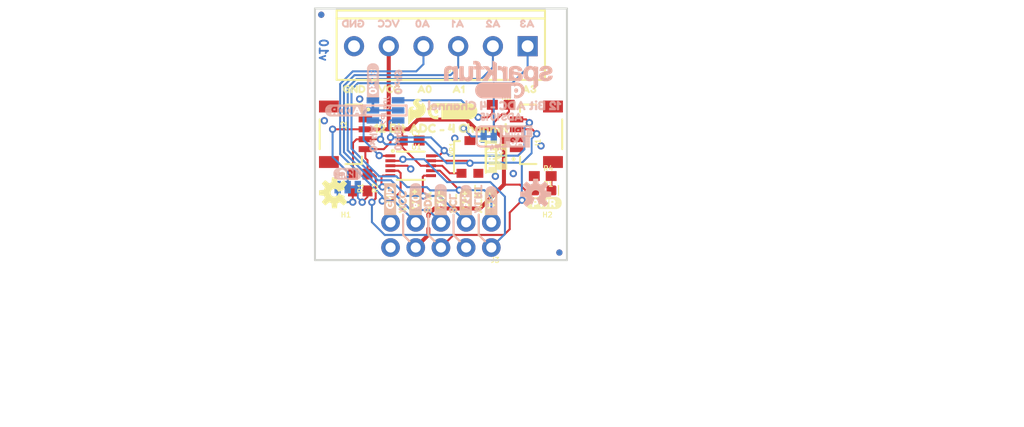
<source format=kicad_pcb>
(kicad_pcb (version 20211014) (generator pcbnew)
  (layers (0 "F.Cu" signal) (31 "B.Cu" signal) (34 "B.Paste" user) (35 "F.Paste" user) (36 "B.SilkS" user "B.Silkscreen") (37 "F.SilkS" user "F.Silkscreen") (38 "B.Mask" user) (39 "F.Mask" user) (44 "Edge.Cuts" user))
  (net 0 "")
  (net 1 "A0")
  (net 2 "VCC")
  (net 3 "GND")
  (net 4 "A1")
  (net 5 "SCL")
  (net 6 "SDA")
  (net 7 "N$7")
  (net 8 "N$8")
  (net 9 "ADDR")
  (net 10 "A2")
  (net 11 "A3")
  (net 12 "ALRT")
  (net 13 "N$1")
  (net 14 "N$2")
  (net 15 "N$3")
  (footprint "boardEagle:0603" (layer "F.Cu") (at 154.528521 102.024182)
    (fp_text reference "R3" (at 0 -0.762) (layer "F.SilkS") (effects (font (size 0.512064 0.512064) (thickness 0.097536)) (justify left)))
    (fp_text value "4.7k")
    (pad "1" smd rect (at -0.85 0) (size 1.1 1) (layers "F.Cu" "F.Paste" "F.Mask") (net 15 "N$3"))
    (pad "2" smd rect (at 0.85 0) (size 1.1 1) (layers "F.Cu" "F.Paste" "F.Mask") (net 2 "VCC"))
  )
  (footprint "boardEagle:VCC1" (layer "F.Cu") (at 141.4907 100.4316)
    (fp_text reference "U$34" hide)
    (fp_text value "" hide)
  )
  (footprint "boardEagle:TRIMPOT-SMD-3MM-CLOSED" (layer "F.Cu") (at 151.4221 107.2896)
    (fp_text reference "VR1" (at -1.778 0 90) (layer "F.SilkS") (effects (font (size 0.512064 0.512064) (thickness 0.097536)) (justify left)))
    (fp_text value "10k")
    (pad "1" smd rect (at -0.85 1.65) (size 1 0.9) (layers "F.Cu" "F.Paste" "F.Mask") (net 2 "VCC"))
    (pad "2" smd rect (at 0 -1.65) (size 1.1 0.9) (layers "F.Cu" "F.Paste" "F.Mask") (net 13 "N$1"))
    (pad "3" smd rect (at 0.85 1.65) (size 1 0.9) (layers "F.Cu" "F.Paste" "F.Mask") (net 3 "GND"))
  )
  (footprint "boardEagle:LED-0603" (layer "F.Cu") (at 158.7627 110.6678)
    (fp_text reference "D1" (at 0 -0.635) (layer "F.SilkS") (effects (font (size 0.512064 0.512064) (thickness 0.097536)) (justify left)))
    (fp_text value "RED")
    (pad "A" smd roundrect (at -0.877 0 270) (size 1 1) (layers "F.Cu" "F.Paste" "F.Mask") (roundrect_rratio 0.15) (net 2 "VCC"))
    (pad "C" smd roundrect (at 0.877 0 270) (size 1 1) (layers "F.Cu" "F.Paste" "F.Mask") (roundrect_rratio 0.15) (net 14 "N$2"))
  )
  (footprint "boardEagle:_GND17" (layer "F.Cu") (at 143.3703 113.5126 90)
    (fp_text reference "U$29" hide)
    (fp_text value "" hide)
  )
  (footprint "boardEagle:0603" (layer "F.Cu") (at 141.09954 109.872782 -90)
    (fp_text reference "R2" (at 0 -0.762 90) (layer "F.SilkS") (effects (font (size 0.512064 0.512064) (thickness 0.097536)) (justify right)))
    (fp_text value "4.7k")
    (pad "1" smd rect (at -0.85 0 270) (size 1.1 1) (layers "F.Cu" "F.Paste" "F.Mask") (net 5 "SCL"))
    (pad "2" smd rect (at 0.85 0 270) (size 1.1 1) (layers "F.Cu" "F.Paste" "F.Mask") (net 7 "N$7"))
  )
  (footprint "boardEagle:OSHW-LOGO-S" (layer "F.Cu") (at 137.7696 110.9091 90)
    (fp_text reference "U$13" hide)
    (fp_text value "" hide)
  )
  (footprint "boardEagle:2X5_NOSILK" (layer "F.Cu") (at 153.5811 113.8936 180)
    (fp_text reference "J3" (at -0.889 -3.81) (layer "F.SilkS") (effects (font (size 0.512064 0.512064) (thickness 0.097536)) (justify right)))
    (fp_text value "")
    (pad "1" thru_hole circle (at 0 0 180) (size 1.8796 1.8796) (drill 1.016) (layers *.Cu *.Mask) (net 11 "A3"))
    (pad "2" thru_hole circle (at 0 -2.54 180) (size 1.8796 1.8796) (drill 1.016) (layers *.Cu *.Mask) (net 12 "ALRT"))
    (pad "3" thru_hole circle (at 2.54 0 180) (size 1.8796 1.8796) (drill 1.016) (layers *.Cu *.Mask) (net 10 "A2"))
    (pad "4" thru_hole circle (at 2.54 -2.54 180) (size 1.8796 1.8796) (drill 1.016) (layers *.Cu *.Mask) (net 5 "SCL"))
    (pad "5" thru_hole circle (at 5.08 0 180) (size 1.8796 1.8796) (drill 1.016) (layers *.Cu *.Mask) (net 4 "A1"))
    (pad "6" thru_hole circle (at 5.08 -2.54 180) (size 1.8796 1.8796) (drill 1.016) (layers *.Cu *.Mask) (net 6 "SDA"))
    (pad "7" thru_hole circle (at 7.62 0 180) (size 1.8796 1.8796) (drill 1.016) (layers *.Cu *.Mask) (net 1 "A0"))
    (pad "8" thru_hole circle (at 7.62 -2.54 180) (size 1.8796 1.8796) (drill 1.016) (layers *.Cu *.Mask) (net 2 "VCC"))
    (pad "9" thru_hole circle (at 10.16 0 180) (size 1.8796 1.8796) (drill 1.016) (layers *.Cu *.Mask) (net 3 "GND"))
    (pad "10" thru_hole circle (at 10.16 -2.54 180) (size 1.8796 1.8796) (drill 1.016) (layers *.Cu *.Mask) (net 3 "GND"))
  )
  (footprint "boardEagle:0603" (layer "F.Cu") (at 139.6365 109.8804 -90)
    (fp_text reference "R1" (at 0 -0.762 90) (layer "F.SilkS") (effects (font (size 0.512064 0.512064) (thickness 0.097536)) (justify right)))
    (fp_text value "4.7k")
    (pad "1" smd rect (at -0.85 0 270) (size 1.1 1) (layers "F.Cu" "F.Paste" "F.Mask") (net 6 "SDA"))
    (pad "2" smd rect (at 0.85 0 270) (size 1.1 1) (layers "F.Cu" "F.Paste" "F.Mask") (net 8 "N$8"))
  )
  (footprint "boardEagle:JST04_1MM_RA" (layer "F.Cu") (at 156.1211 105.0036 90)
    (fp_text reference "J1" (at -1.397 2.159 90) (layer "F.SilkS") (effects (font (size 0.512064 0.512064) (thickness 0.097536)) (justify left)))
    (fp_text value "")
    (pad "1" smd rect (at -1.5 0 90) (size 0.6 1.35) (layers "F.Cu" "F.Paste" "F.Mask") (net 3 "GND"))
    (pad "2" smd rect (at -0.5 0 90) (size 0.6 1.35) (layers "F.Cu" "F.Paste" "F.Mask") (net 2 "VCC"))
    (pad "3" smd rect (at 0.5 0 90) (size 0.6 1.35) (layers "F.Cu" "F.Paste" "F.Mask") (net 6 "SDA"))
    (pad "4" smd rect (at 1.5 0 90) (size 0.6 1.35) (layers "F.Cu" "F.Paste" "F.Mask") (net 5 "SCL"))
    (pad "NC1" smd rect (at 2.8 3.675 90) (size 1.2 2) (layers "F.Cu" "F.Paste" "F.Mask"))
    (pad "NC2" smd rect (at -2.8 3.675 90) (size 1.2 2) (layers "F.Cu" "F.Paste" "F.Mask"))
  )
  (footprint "boardEagle:SCREWTERMINAL-3.5MM-6" (layer "F.Cu") (at 157.2387 96.1136 180)
    (fp_text reference "J4" (at 7.112 -2.413) (layer "F.SilkS") (effects (font (size 0.512064 0.512064) (thickness 0.097536)) (justify right)))
    (fp_text value "Screw Pin")
    (pad "1" thru_hole rect (at 0 0 180) (size 2.032 2.032) (drill 1.2) (layers *.Cu *.Mask) (net 11 "A3"))
    (pad "2" thru_hole circle (at 3.5 0 180) (size 2.032 2.032) (drill 1.2) (layers *.Cu *.Mask) (net 10 "A2"))
    (pad "3" thru_hole circle (at 7 0 180) (size 2.032 2.032) (drill 1.2) (layers *.Cu *.Mask) (net 4 "A1"))
    (pad "4" thru_hole circle (at 10.5 0 180) (size 2.032 2.032) (drill 1.2) (layers *.Cu *.Mask) (net 1 "A0"))
    (pad "5" thru_hole circle (at 14 0 180) (size 2.032 2.032) (drill 1.2) (layers *.Cu *.Mask) (net 2 "VCC"))
    (pad "6" thru_hole circle (at 17.5 0 180) (size 2.032 2.032) (drill 1.2) (layers *.Cu *.Mask) (net 3 "GND"))
  )
  (footprint "boardEagle:_A013" (layer "F.Cu") (at 145.9103 113.5126 90)
    (fp_text reference "U$25" hide)
    (fp_text value "" hide)
  )
  (footprint "boardEagle:12_BIT_ADC_#_4_CHANNEL1" (layer "F.Cu") (at 140.9065 104.394)
    (fp_text reference "U$16" hide)
    (fp_text value "" hide)
  )
  (footprint "boardEagle:_A316" (layer "F.Cu") (at 153.5303 113.5126 90)
    (fp_text reference "U$28" hide)
    (fp_text value "" hide)
  )
  (footprint "boardEagle:A24" (layer "F.Cu") (at 152.4127 100.4316)
    (fp_text reference "U$38" hide)
    (fp_text value "" hide)
  )
  (footprint "boardEagle:ALRT8" (layer "F.Cu") (at 152.2603 113.6396 90)
    (fp_text reference "U$33" hide)
    (fp_text value "" hide)
  )
  (footprint "boardEagle:GND0" (layer "F.Cu") (at 137.9347 100.4316)
    (fp_text reference "U$35" hide)
    (fp_text value "" hide)
  )
  (footprint "boardEagle:A13" (layer "F.Cu") (at 148.9837 100.4316)
    (fp_text reference "U$37" hide)
    (fp_text value "" hide)
  )
  (footprint "boardEagle:SFE_LOGO_FLAME_.1" (layer "F.Cu") (at 146.0627 102.6922)
    (fp_text reference "LOGO3" hide)
    (fp_text value "SFE_LOGO_FLAME.1_INCH" hide)
  )
  (footprint "boardEagle:SCL7" (layer "F.Cu") (at 149.7203 113.6396 90)
    (fp_text reference "U$32" hide)
    (fp_text value "" hide)
  )
  (footprint "boardEagle:STAND-OFF" (layer "F.Cu") (at 138.3411 115.1636)
    (fp_text reference "H1" (at 0 -2.032) (layer "F.SilkS") (effects (font (size 0.512064 0.512064) (thickness 0.097536)) (justify left)))
    (fp_text value "STAND-OFF")
    (pad "" np_thru_hole circle (at 0 0) (size 3.302 3.302) (drill 3.302) (layers *.Cu *.Mask))
  )
  (footprint "boardEagle:_A114" (layer "F.Cu") (at 148.4503 113.5126 90)
    (fp_text reference "U$26" hide)
    (fp_text value "" hide)
  )
  (footprint "boardEagle:MSOP10" (layer "F.Cu") (at 145.4531 108.1786 -90)
    (fp_text reference "U1" (at -1.905 0) (layer "F.SilkS") (effects (font (size 0.512064 0.512064) (thickness 0.097536)) (justify left)))
    (fp_text value "ADS1015")
    (pad "1" smd rect (at -1 2.05 270) (size 0.3 1) (layers "F.Cu") (net 9 "ADDR"))
    (pad "2" smd rect (at -0.5 2.05 270) (size 0.3 1) (layers "F.Cu") (net 12 "ALRT"))
    (pad "3" smd rect (at 0 2.05 270) (size 0.3 1) (layers "F.Cu") (net 3 "GND"))
    (pad "4" smd rect (at 0.5 2.05 270) (size 0.3 1) (layers "F.Cu") (net 1 "A0"))
    (pad "5" smd rect (at 1 2.05 270) (size 0.3 1) (layers "F.Cu") (net 4 "A1"))
    (pad "6" smd rect (at 1 -2.05 90) (size 0.3 1) (layers "F.Cu") (net 10 "A2"))
    (pad "7" smd rect (at 0.5 -2.05 90) (size 0.3 1) (layers "F.Cu") (net 11 "A3"))
    (pad "8" smd rect (at 0 -2.05 90) (size 0.3 1) (layers "F.Cu") (net 2 "VCC"))
    (pad "9" smd rect (at -0.5 -2.05 90) (size 0.3 1) (layers "F.Cu") (net 6 "SDA"))
    (pad "10" smd rect (at -1 -2.05 90) (size 0.3 1) (layers "F.Cu") (net 5 "SCL"))
  )
  (footprint "boardEagle:A35" (layer "F.Cu") (at 155.9687 100.4316)
    (fp_text reference "U$39" hide)
    (fp_text value "" hide)
  )
  (footprint "boardEagle:FIDUCIAL-MICRO" (layer "F.Cu") (at 136.4361 92.9386)
    (fp_text reference "FD3" hide)
    (fp_text value "FIDUCIALUFIDUCIAL" hide)
    (pad "1" smd roundrect (at 0 0) (size 0.635 0.635) (layers "F.Cu" "F.Mask") (roundrect_rratio 0.5))
  )
  (footprint "boardEagle:0603" (layer "F.Cu") (at 158.7627 109.22)
    (fp_text reference "R4" (at 0 -0.762) (layer "F.SilkS") (effects (font (size 0.512064 0.512064) (thickness 0.097536)) (justify left)))
    (fp_text value "1k")
    (pad "1" smd rect (at -0.85 0) (size 1.1 1) (layers "F.Cu" "F.Paste" "F.Mask") (net 3 "GND"))
    (pad "2" smd rect (at 0.85 0) (size 1.1 1) (layers "F.Cu" "F.Paste" "F.Mask") (net 14 "N$2"))
  )
  (footprint "boardEagle:VCC1" (layer "F.Cu") (at 144.6403 113.6396 90)
    (fp_text reference "U$30" hide)
    (fp_text value "" hide)
  )
  (footprint "boardEagle:TRIM7" (layer "F.Cu") (at 153.5303 109.2962 90)
    (fp_text reference "U$11" hide)
    (fp_text value "" hide)
  )
  (footprint "boardEagle:_A3_0" (layer "F.Cu") (at 154.569159 108.971079 90)
    (fp_text reference "U$22" hide)
    (fp_text value "" hide)
  )
  (footprint "boardEagle:_A215" (layer "F.Cu") (at 150.9903 113.5126 90)
    (fp_text reference "U$27" hide)
    (fp_text value "" hide)
  )
  (footprint "boardEagle:QWIIC_5MM" (layer "F.Cu") (at 149.6441 102.6668)
    (fp_text reference "U$44" hide)
    (fp_text value "" hide)
  )
  (footprint "boardEagle:FIDUCIAL-MICRO" (layer "F.Cu") (at 160.4391 116.9416)
    (fp_text reference "FD1" hide)
    (fp_text value "FIDUCIALUFIDUCIAL" hide)
    (pad "1" smd roundrect (at 0 0) (size 0.635 0.635) (layers "F.Cu" "F.Mask") (roundrect_rratio 0.5))
  )
  (footprint "boardEagle:PWR0" (layer "F.Cu") (at 156.9847 111.9378)
    (fp_text reference "U$40" hide)
    (fp_text value "" hide)
  )
  (footprint "boardEagle:SDA6" (layer "F.Cu") (at 147.1803 113.6396 90)
    (fp_text reference "U$31" hide)
    (fp_text value "" hide)
  )
  (footprint "boardEagle:STAND-OFF" (layer "F.Cu") (at 158.6611 115.1636)
    (fp_text reference "H2" (at 0 -2.032) (layer "F.SilkS") (effects (font (size 0.512064 0.512064) (thickness 0.097536)) (justify left)))
    (fp_text value "STAND-OFF")
    (pad "" np_thru_hole circle (at 0 0) (size 3.302 3.302) (drill 3.302) (layers *.Cu *.Mask))
  )
  (footprint "boardEagle:A02" (layer "F.Cu") (at 145.4277 100.4316)
    (fp_text reference "U$36" hide)
    (fp_text value "" hide)
  )
  (footprint "boardEagle:JST04_1MM_RA" (layer "F.Cu") (at 140.8811 105.0036 -90)
    (fp_text reference "J2" (at -1.397 2.159 90) (layer "F.SilkS") (effects (font (size 0.512064 0.512064) (thickness 0.097536)) (justify right)))
    (fp_text value "")
    (pad "1" smd rect (at -1.5 0 270) (size 0.6 1.35) (layers "F.Cu" "F.Paste" "F.Mask") (net 3 "GND"))
    (pad "2" smd rect (at -0.5 0 270) (size 0.6 1.35) (layers "F.Cu" "F.Paste" "F.Mask") (net 2 "VCC"))
    (pad "3" smd rect (at 0.5 0 270) (size 0.6 1.35) (layers "F.Cu" "F.Paste" "F.Mask") (net 6 "SDA"))
    (pad "4" smd rect (at 1.5 0 270) (size 0.6 1.35) (layers "F.Cu" "F.Paste" "F.Mask") (net 5 "SCL"))
    (pad "NC1" smd rect (at 2.8 3.675 270) (size 1.2 2) (layers "F.Cu" "F.Paste" "F.Mask"))
    (pad "NC2" smd rect (at -2.8 3.675 270) (size 1.2 2) (layers "F.Cu" "F.Paste" "F.Mask"))
  )
  (footprint "boardEagle:0603" (layer "F.Cu") (at 145.4531 105.6386)
    (fp_text reference "C1" (at 0 -0.762) (layer "F.SilkS") (effects (font (size 0.512064 0.512064) (thickness 0.097536)) (justify left)))
    (fp_text value "0.1uF")
    (pad "1" smd rect (at -0.85 0) (size 1.1 1) (layers "F.Cu" "F.Paste" "F.Mask") (net 2 "VCC"))
    (pad "2" smd rect (at 0.85 0) (size 1.1 1) (layers "F.Cu" "F.Paste" "F.Mask") (net 3 "GND"))
  )
  (footprint "boardEagle:CREATIVE_COMMONS" (layer "F.Cu") (at 124.3711 131.6736)
    (fp_text reference "FRAME1" hide)
    (fp_text value "FRAME-LETTER" hide)
  )
  (footprint "boardEagle:_A0#4" (layer "B.Cu") (at 148.4757 113.538 90)
    (fp_text reference "U$10" hide)
    (fp_text value "" hide)
  )
  (footprint "boardEagle:0X480" (layer "B.Cu") (at 141.650718 101.645719 90)
    (fp_text reference "U$42" hide)
    (fp_text value "" hide)
  )
  (footprint "boardEagle:VCC1" (layer "B.Cu") (at 145.0213 93.8276 180)
    (fp_text reference "U$1" hide)
    (fp_text value "" hide)
  )
  (footprint "boardEagle:SFE_LOGO_NAME_.1" (layer "B.Cu") (at 154.2669 99.0219 180)
    (fp_text reference "LOGO1" hide)
    (fp_text value "SFE_LOGO_NAME.1_INCH" hide)
  )
  (footprint "boardEagle:SDA6" (layer "B.Cu") (at 147.1803 113.6396 90)
    (fp_text reference "U$21" hide)
    (fp_text value "" hide)
  )
  (footprint "boardEagle:_A1#6" (layer "B.Cu") (at 153.5811 113.5126 90)
    (fp_text reference "U$15" hide)
    (fp_text value "" hide)
  )
  (footprint "boardEagle:_GND17" (layer "B.Cu") (at 143.3703 113.5126 90)
    (fp_text reference "U$20" hide)
    (fp_text value "" hide)
  )
  (footprint "boardEagle:SCL7" (layer "B.Cu") (at 149.7203 113.6396 90)
    (fp_text reference "U$23" hide)
    (fp_text value "" hide)
  )
  (footprint "boardEagle:QWIIC_5MM" (layer "B.Cu") (at 154.4701 100.5586 180)
    (fp_text reference "U$47" hide)
    (fp_text value "" hide)
  )
  (footprint "boardEagle:0X491" (layer "B.Cu") (at 144.2085 101.6635 90)
    (fp_text reference "U$4" hide)
    (fp_text value "" hide)
  )
  (footprint "boardEagle:TRIM7" (layer "B.Cu") (at 158.107381 104.696263 180)
    (fp_text reference "U$19" hide)
    (fp_text value "" hide)
  )
  (footprint "boardEagle:VCC1" (layer "B.Cu") (at 144.6403 113.6396 90)
    (fp_text reference "U$18" hide)
    (fp_text value "" hide)
  )
  (footprint "boardEagle:ALRT8" (layer "B.Cu") (at 152.2603 113.6396 90)
    (fp_text reference "U$24" hide)
    (fp_text value "" hide)
  )
  (footprint "boardEagle:I2C1" (layer "B.Cu") (at 140.6017 108.9914 180)
    (fp_text reference "U$41" hide)
    (fp_text value "" hide)
  )
  (footprint "boardEagle:SMT-JUMPER_3_2-NC_TRACE_NO-SILK" (layer "B.Cu") (at 139.1031 110.3376 180)
    (fp_text reference "JP1" (at 0 1.143) (layer "B.SilkS") (effects (font (size 0.512064 0.512064) (thickness 0.097536)) (justify left mirror)))
    (fp_text value "JUMPER-SMT_3_2-NC_TRACE_NO-SILK")
    (fp_poly (pts (xy 0.3048 -0.127) (xy 0.7112 -0.127) (xy 0.7112 0.127) (xy 0.3048 0.127)) (layer "B.Cu") (width 0) (fill solid))
    (fp_poly (pts (xy -0.7112 -0.127) (xy -0.3048 -0.127) (xy -0.3048 0.127) (xy -0.7112 0.127)) (layer "B.Cu") (width 0) (fill solid))
    (pad "1" smd rect (at -1.016 0 180) (size 0.635 1.27) (layers "B.Cu" "B.Mask") (net 7 "N$7"))
    (pad "2" smd rect (at 0 0 180) (size 0.635 1.27) (layers "B.Cu" "B.Mask") (net 2 "VCC"))
    (pad "3" smd rect (at 1.016 0 180) (size 0.635 1.27) (layers "B.Cu" "B.Mask") (net 8 "N$8"))
  )
  (footprint "boardEagle:A02" (layer "B.Cu") (at 148.0693 93.8276 180)
    (fp_text reference "U$5" hide)
    (fp_text value "" hide)
  )
  (footprint "boardEagle:SMT-JUMPER_3_0-NO_TRACE_NO-SILK" (layer "B.Cu") (at 144.1831 102.5906 -90)
    (fp_text reference "JP3" (at 0 1.143 -270) (layer "B.SilkS") (effects (font (size 0.512064 0.512064) (thickness 0.097536)) (justify right mirror)))
    (fp_text value "JUMPER-SMT_3_NO_NO_SILK")
    (pad "1" smd rect (at -1.016 0 270) (size 0.635 1.27) (layers "B.Cu" "B.Mask") (net 15 "N$3"))
    (pad "2" smd rect (at 0 0 270) (size 0.635 1.27) (layers "B.Cu" "B.Mask") (net 9 "ADDR"))
    (pad "3" smd rect (at 1.016 0 270) (size 0.635 1.27) (layers "B.Cu" "B.Mask") (net 5 "SCL"))
  )
  (footprint "boardEagle:ADS10150" (layer "B.Cu") (at 157.3911 103.2256 180)
    (fp_text reference "U$46" hide)
    (fp_text value "" hide)
  )
  (footprint "boardEagle:ADDR0" (layer "B.Cu") (at 141.117321 102.605838 180)
    (fp_text reference "U$45" hide)
    (fp_text value "" hide)
  )
  (footprint "boardEagle:12_BIT_ADC_#_4_CHANNEL1" (layer "B.Cu") (at 161.437321 102.0953 180)
    (fp_text reference "U$43" hide)
    (fp_text value "" hide)
  )
  (footprint "boardEagle:_A3_0" (layer "B.Cu") (at 157.871159 105.732582 180)
    (fp_text reference "U$17" hide)
    (fp_text value "" hide)
  )
  (footprint "boardEagle:A13" (layer "B.Cu") (at 151.4983 93.8276 180)
    (fp_text reference "U$6" hide)
    (fp_text value "" hide)
  )
  (footprint "boardEagle:_A1#5" (layer "B.Cu") (at 151.0157 113.5126 90)
    (fp_text reference "U$14" hide)
    (fp_text value "" hide)
  )
  (footprint "boardEagle:0X4B3" (layer "B.Cu") (at 144.21104 107.320082 90)
    (fp_text reference "U$12" hide)
    (fp_text value "" hide)
  )
  (footprint "boardEagle:FIDUCIAL-MICRO" (layer "B.Cu") (at 136.4361 92.9386 180)
    (fp_text reference "FD4" hide)
    (fp_text value "FIDUCIALUFIDUCIAL" hide)
    (pad "1" smd roundrect (at 0 0 180) (size 0.635 0.635) (layers "B.Cu" "B.Mask") (roundrect_rratio 0.5))
  )
  (footprint "boardEagle:SMT-JUMPER_2_NC_TRACE_SILK" (layer "B.Cu") (at 153.319481 105.227119)
    (fp_text reference "JP4" (at 0 1.143) (layer "B.SilkS") (effects (font (size 0.512064 0.512064) (thickness 0.097536)) (justify right mirror)))
    (fp_text value "")
    (fp_poly (pts (xy -0.2032 -0.127) (xy 0.2032 -0.127) (xy 0.2032 0.127) (xy -0.2032 0.127)) (layer "B.Cu") (width 0) (fill solid))
    (pad "1" smd rect (at -0.508 0) (size 0.635 1.27) (layers "B.Cu" "B.Mask") (net 13 "N$1"))
    (pad "2" smd rect (at 0.508 0) (size 0.635 1.27) (layers "B.Cu" "B.Mask") (net 11 "A3"))
  )
  (footprint "boardEagle:FIDUCIAL-MICRO" (layer "B.Cu") (at 160.4391 116.9416 180)
    (fp_text reference "FD2" hide)
    (fp_text value "FIDUCIALUFIDUCIAL" hide)
    (pad "1" smd roundrect (at 0 0 180) (size 0.635 0.635) (layers "B.Cu" "B.Mask") (roundrect_rratio 0.5))
  )
  (footprint "boardEagle:_A0#3" (layer "B.Cu") (at 145.9611 113.538 90)
    (fp_text reference "U$9" hide)
    (fp_text value "" hide)
  )
  (footprint "boardEagle:SMT-JUMPER_3_1-NC_TRACE_NO-SILK" (layer "B.Cu") (at 141.6431 102.5906 90)
    (fp_text reference "JP2" (at 0 1.143 90) (layer "B.SilkS") (effects (font (size 0.512064 0.512064) (thickness 0.097536)) (justify left mirror)))
    (fp_text value "JUMPER-SMT_3_1-NC_TRACE_NO-SILK")
    (fp_poly (pts (xy 0.3048 -0.127) (xy 0.7112 -0.127) (xy 0.7112 0.127) (xy 0.3048 0.127)) (layer "B.Cu") (width 0) (fill solid))
    (pad "1" smd rect (at -1.016 0 90) (size 0.635 1.27) (layers "B.Cu" "B.Mask") (net 6 "SDA"))
    (pad "2" smd rect (at 0 0 90) (size 0.635 1.27) (layers "B.Cu" "B.Mask") (net 9 "ADDR"))
    (pad "3" smd rect (at 1.016 0 90) (size 0.635 1.27) (layers "B.Cu" "B.Mask") (net 3 "GND"))
  )
  (footprint "boardEagle:OSHW-LOGO-S" (layer "B.Cu") (at 158.0515 111.0488 180)
    (fp_text reference "LOGO2" hide)
    (fp_text value "OSHW-LOGOS" hide)
  )
  (footprint "boardEagle:A24" (layer "B.Cu") (at 155.1813 93.8276 180)
    (fp_text reference "U$7" hide)
    (fp_text value "" hide)
  )
  (footprint "boardEagle:0X4A2" (layer "B.Cu") (at 141.701518 107.4801 90)
    (fp_text reference "U$3" hide)
    (fp_text value "" hide)
  )
  (footprint "boardEagle:A35" (layer "B.Cu") (at 158.6103 93.8276 180)
    (fp_text reference "U$8" hide)
    (fp_text value "" hide)
  )
  (footprint "boardEagle:GND0" (layer "B.Cu") (at 141.4653 93.8276 180)
    (fp_text reference "U$2" hide)
    (fp_text value "" hide)
  )
  (gr_line (start 144.6911 115.1636) (end 144.6911 113.1062) (layer "B.SilkS") (width 0.2032))
  (gr_line (start 145.031459 102.100382) (end 145.03654 103.106219) (layer "B.SilkS") (width 0.2032))
  (gr_line (start 147.2311 115.1636) (end 147.2311 113.1062) (layer "B.SilkS") (width 0.2032))
  (gr_line (start 147.2819 115.2144) (end 147.8661 115.7986) (layer "B.SilkS") (width 0.2032))
  (gr_line (start 154.553918 104.17556) (end 154.122121 104.18826) (layer "B.SilkS") (width 0.1778))
  (gr_line (start 149.8219 115.2144) (end 150.4061 115.7986) (layer "B.SilkS") (width 0.2032))
  (gr_line (start 144.7419 115.2144) (end 145.3261 115.7986) (layer "B.SilkS") (width 0.2032))
  (gr_line (start 152.3619 115.2144) (end 152.9461 115.7986) (layer "B.SilkS") (width 0.2032))
  (gr_line (start 140.418818 102.100382) (end 145.031459 102.100382) (layer "B.SilkS") (width 0.2032))
  (gr_line (start 149.7711 115.1636) (end 149.7711 113.1062) (layer "B.SilkS") (width 0.2032))
  (gr_line (start 145.03654 103.106219) (end 140.329921 103.106219) (layer "B.SilkS") (width 0.2032))
  (gr_line (start 154.035759 106.255822) (end 155.039059 106.255822) (layer "B.SilkS") (width 0.1778))
  (gr_line (start 155.039059 106.255822) (end 155.039059 106.250741) (layer "B.SilkS") (width 0.1778))
  (gr_line (start 152.3111 115.1636) (end 152.3111 113.1062) (layer "B.SilkS") (width 0.2032))
  (gr_line (start 144.6911 115.1636) (end 144.6911 113.1062) (layer "F.SilkS") (width 0.2032))
  (gr_line (start 147.2311 115.1636) (end 147.2311 113.1062) (layer "F.SilkS") (width 0.2032))
  (gr_line (start 144.7419 115.2144) (end 145.3261 115.7986) (layer "F.SilkS") (width 0.2032))
  (gr_line (start 147.2819 115.2144) (end 147.8661 115.7986) (layer "F.SilkS") (width 0.2032))
  (gr_line (start 152.3619 115.2144) (end 152.9461 115.7986) (layer "F.SilkS") (width 0.2032))
  (gr_line (start 149.7711 115.1636) (end 149.7711 113.1062) (layer "F.SilkS") (width 0.2032))
  (gr_line (start 149.8219 115.2144) (end 150.4061 115.7986) (layer "F.SilkS") (width 0.2032))
  (gr_line (start 152.3111 115.1636) (end 152.3111 113.1062) (layer "F.SilkS") (width 0.2032))
  (gr_line (start 161.2011 92.3036) (end 135.8011 92.3036) (layer "Edge.Cuts") (width 0.2032))
  (gr_line (start 135.8011 92.3036) (end 135.8011 117.7036) (layer "Edge.Cuts") (width 0.2032))
  (gr_line (start 135.8011 117.7036) (end 161.2011 117.7036) (layer "Edge.Cuts") (width 0.2032))
  (gr_line (start 161.2011 117.7036) (end 161.2011 92.3036) (layer "Edge.Cuts") (width 0.2032))
  (gr_text "v10" (at 136.1694 97.7265 -90) (layer "B.Cu") (effects (font (size 0.83312 0.83312) (thickness 0.18288)) (justify left bottom mirror)))
  (segment (start 144.4371 108.9152) (end 144.4371 110.7948) (width 0.2032) (layer "F.Cu") (net 1))
  (segment (start 144.4371 110.7948) (end 143.4973 111.7346) (width 0.2032) (layer "F.Cu") (net 1))
  (segment (start 143.4031 108.6786) (end 144.2005 108.6786) (width 0.2032) (layer "F.Cu") (net 1))
  (segment (start 144.2005 108.6786) (end 144.4371 108.9152) (width 0.2032) (layer "F.Cu") (net 1))
  (segment (start 143.4973 111.7346) (end 142.5829 111.7346) (width 0.2032) (layer "F.Cu") (net 1))
  (via (at 142.5829 111.7346) (size 0.7366) (drill 0.381) (layers "F.Cu" "B.Cu") (net 1))
  (segment (start 138.3411 99.9236) (end 138.3411 107.0102) (width 0.2032) (layer "B.Cu") (net 1))
  (segment (start 143.8021 111.7346) (end 142.5829 111.7346) (width 0.2032) (layer "B.Cu") (net 1))
  (segment (start 145.9611 113.8936) (end 143.8021 111.7346) (width 0.2032) (layer "B.Cu") (net 1))
  (segment (start 138.3411 99.9236) (end 139.6111 98.6536) (width 0.2032) (layer "B.Cu") (net 1))
  (segment (start 138.3411 107.0102) (end 142.5829 111.252) (width 0.2032) (layer "B.Cu") (net 1))
  (segment (start 146.0119 98.6536) (end 146.7387 97.9268) (width 0.2032) (layer "B.Cu") (net 1))
  (segment (start 142.5829 111.7346) (end 142.5829 111.252) (width 0.2032) (layer "B.Cu") (net 1))
  (segment (start 139.6111 98.6536) (end 146.0119 98.6536) (width 0.2032) (layer "B.Cu") (net 1))
  (segment (start 146.7387 97.9268) (end 146.7387 96.1136) (width 0.2032) (layer "B.Cu") (net 1))
  (segment (start 145.21094 104.499) (end 146.184621 103.525319) (width 0.4064) (layer "F.Cu") (net 2))
  (segment (start 155.1051 102.9716) (end 155.3591 102.7176) (width 0.2032) (layer "F.Cu") (net 2))
  (segment (start 143.2387 104.499) (end 144.61744 104.499) (width 0.4064) (layer "F.Cu") (net 2))
  (segment (start 143.2387 96.1136) (end 143.2387 104.499) (width 0.4064) (layer "F.Cu") (net 2))
  (segment (start 155.3591 102.043604) (end 155.378521 102.024182) (width 0.2032) (layer "F.Cu") (net 2))
  (segment (start 146.4691 108.1786) (end 147.5031 108.1786) (width 0.2032) (layer "F.Cu") (net 2))
  (segment (start 154.8511 110.0836) (end 154.8511 105.5036) (width 0.4064) (layer "F.Cu") (net 2))
  (segment (start 137.5871 104.5036) (end 137.5791 104.4956) (width 0.2032) (layer "F.Cu") (net 2))
  (segment (start 154.8511 110.0836) (end 156.4513 110.0836) (width 0.2032) (layer "F.Cu") (net 2))
  (segment (start 154.6733 102.9716) (end 155.1051 102.9716) (width 0.2032) (layer "F.Cu") (net 2))
  (segment (start 146.184621 103.525319) (end 151.063959 103.525319) (width 0.4064) (layer "F.Cu") (net 2))
  (segment (start 156.1211 105.5036) (end 154.8511 105.5036) (width 0.4064) (layer "F.Cu") (net 2))
  (segment (start 147.2311 113.284) (end 147.2311 113.1062) (width 0.4064) (layer "F.Cu") (net 2))
  (segment (start 155.3591 102.7176) (end 155.3591 102.043604) (width 0.2032) (layer "F.Cu") (net 2))
  (segment (start 147.8407 112.4966) (end 152.4381 112.4966) (width 0.4064) (layer "F.Cu") (net 2))
  (segment (start 157.0355 110.6678) (end 157.8857 110.6678) (width 0.2032) (layer "F.Cu") (net 2))
  (segment (start 143.2387 104.499) (end 143.2433 104.5036) (width 0.4064) (layer "F.Cu") (net 2))
  (segment (start 144.6031 105.6386) (end 144.6031 104.513341) (width 0.2032) (layer "F.Cu") (net 2))
  (segment (start 144.6031 106.3126) (end 146.4691 108.1786) (width 0.2032) (layer "F.Cu") (net 2))
  (segment (start 147.2311 113.1062) (end 147.8407 112.4966) (width 0.4064) (layer "F.Cu") (net 2))
  (segment (start 140.8811 104.5036) (end 143.2433 104.5036) (width 0.4064) (layer "F.Cu") (net 2))
  (segment (start 153.8511 104.5036) (end 152.04224 104.5036) (width 0.4064) (layer "F.Cu") (net 2))
  (segment (start 153.8511 104.5036) (end 153.8511 103.7938) (width 0.2032) (layer "F.Cu") (net 2))
  (segment (start 144.6031 105.6386) (end 144.6031 106.3126) (width 0.2032) (layer "F.Cu") (net 2))
  (segment (start 147.2311 115.1636) (end 147.2311 114.5286) (width 0.4064) (layer "F.Cu") (net 2))
  (segment (start 148.6281 108.1786) (end 149.3891 108.9396) (width 0.2032) (layer "F.Cu") (net 2))
  (segment (start 156.4513 110.0836) (end 157.0355 110.6678) (width 0.2032) (layer "F.Cu") (net 2))
  (segment (start 147.2311 114.5286) (end 147.2311 113.284) (width 0.2032) (layer "F.Cu") (net 2))
  (segment (start 153.8511 103.7938) (end 154.6733 102.9716) (width 0.2032) (layer "F.Cu") (net 2))
  (segment (start 149.3891 108.9396) (end 150.5721 108.9396) (width 0.2032) (layer "F.Cu") (net 2))
  (segment (start 147.5031 108.1786) (end 148.6281 108.1786) (width 0.2032) (layer "F.Cu") (net 2))
  (segment (start 144.61744 104.499) (end 145.21094 104.499) (width 0.4064) (layer "F.Cu") (net 2))
  (segment (start 145.9611 116.4336) (end 147.2311 115.1636) (width 0.4064) (layer "F.Cu") (net 2))
  (segment (start 140.8811 104.5036) (end 137.5871 104.5036) (width 0.2032) (layer "F.Cu") (net 2))
  (segment (start 144.6031 104.513341) (end 144.61744 104.499) (width 0.2032) (layer "F.Cu") (net 2))
  (segment (start 152.04224 104.5036) (end 151.063959 103.525319) (width 0.4064) (layer "F.Cu") (net 2))
  (segment (start 152.4381 112.4966) (end 154.8511 110.0836) (width 0.4064) (layer "F.Cu") (net 2))
  (segment (start 154.8511 105.5036) (end 153.8511 104.5036) (width 0.4064) (layer "F.Cu") (net 2))
  (via (at 137.5791 104.4956) (size 0.7366) (drill 0.381) (layers "F.Cu" "B.Cu") (net 2))
  (segment (start 137.5791 107.2896) (end 137.5791 104.4956) (width 0.2032) (layer "B.Cu") (net 2))
  (segment (start 139.1031 110.3376) (end 139.1031 108.8136) (width 0.2032) (layer "B.Cu") (net 2))
  (segment (start 139.1031 108.8136) (end 137.5791 107.2896) (width 0.2032) (layer "B.Cu") (net 2))
  (segment (start 145.13014 108.1786) (end 145.4531 108.50156) (width 0.2032) (layer "F.Cu") (net 3))
  (segment (start 143.4031 108.1786) (end 145.13014 108.1786) (width 0.2032) (layer "F.Cu") (net 3))
  (via (at 153.9875 109.2407) (size 0.7366) (drill 0.381) (layers "F.Cu" "B.Cu") (net 3))
  (via (at 145.4531 108.50156) (size 0.7366) (drill 0.381) (layers "F.Cu" "B.Cu") (net 3))
  (via (at 155.795978 108.968922) (size 0.7366) (drill 0.381) (layers "F.Cu" "B.Cu") (net 3))
  (via (at 149.8981 105.4053) (size 0.7366) (drill 0.381) (layers "F.Cu" "B.Cu") (net 3))
  (via (at 158.589978 106.174922) (size 0.7366) (drill 0.381) (layers "F.Cu" "B.Cu") (net 3))
  (via (at 140.3096 101.445441) (size 0.7366) (drill 0.381) (layers "F.Cu" "B.Cu") (net 3))
  (via (at 136.745978 103.634922) (size 0.7366) (drill 0.381) (layers "F.Cu" "B.Cu") (net 3))
  (segment (start 142.6083 110.3122) (end 142.5067 110.2106) (width 0.2032) (layer "F.Cu") (net 4))
  (segment (start 142.5067 109.3216) (end 142.6497 109.1786) (width 0.2032) (layer "F.Cu") (net 4))
  (segment (start 142.5067 110.2106) (end 142.5067 109.3216) (width 0.2032) (layer "F.Cu") (net 4))
  (segment (start 142.6497 109.1786) (end 143.4031 109.1786) (width 0.2032) (layer "F.Cu") (net 4))
  (via (at 142.6083 110.3122) (size 0.7366) (drill 0.381) (layers "F.Cu" "B.Cu") (net 4))
  (segment (start 147.2565 112.649) (end 148.5011 113.8936) (width 0.2032) (layer "B.Cu") (net 4))
  (segment (start 149.4663 99.0346) (end 150.2387 98.2622) (width 0.2032) (layer "B.Cu") (net 4))
  (segment (start 142.2273 110.3122) (end 142.6083 110.3122) (width 0.2032) (layer "B.Cu") (net 4))
  (segment (start 145.4531 112.649) (end 147.2565 112.649) (width 0.2032) (layer "B.Cu") (net 4))
  (segment (start 138.7221 106.807) (end 142.2273 110.3122) (width 0.2032) (layer "B.Cu") (net 4))
  (segment (start 143.1163 110.3122) (end 145.4531 112.649) (width 0.2032) (layer "B.Cu") (net 4))
  (segment (start 138.7221 100.1014) (end 138.7221 106.807) (width 0.2032) (layer "B.Cu") (net 4))
  (segment (start 138.7221 100.1014) (end 139.7889 99.0346) (width 0.2032) (layer "B.Cu") (net 4))
  (segment (start 142.6083 110.3122) (end 143.1163 110.3122) (width 0.2032) (layer "B.Cu") (net 4))
  (segment (start 139.7889 99.0346) (end 149.4663 99.0346) (width 0.2032) (layer "B.Cu") (net 4))
  (segment (start 150.2387 98.2622) (end 150.2387 96.1136) (width 0.2032) (layer "B.Cu") (net 4))
  (segment (start 141.09954 109.022782) (end 141.09954 107.635041) (width 0.2032) (layer "F.Cu") (net 5))
  (segment (start 140.8811 107.4166) (end 140.8811 106.5036) (width 0.2032) (layer "F.Cu") (net 5))
  (segment (start 141.5415 111.8616) (end 141.9225 111.4806) (width 0.2032) (layer "F.Cu") (net 5))
  (segment (start 141.118959 109.0422) (end 141.09954 109.022782) (width 0.2032) (layer "F.Cu") (net 5))
  (segment (start 141.6939 109.0422) (end 141.118959 109.0422) (width 0.2032) (layer "F.Cu") (net 5))
  (segment (start 140.8811 106.5036) (end 142.7466 106.5036) (width 0.2032) (layer "F.Cu") (net 5))
  (segment (start 142.7466 106.5036) (end 143.4211 105.8291) (width 0.2032) (layer "F.Cu") (net 5))
  (segment (start 148.8313 106.6546) (end 148.3073 107.1786) (width 0.2032) (layer "F.Cu") (net 5))
  (segment (start 141.09954 107.635041) (end 140.8811 107.4166) (width 0.2032) (layer "F.Cu") (net 5))
  (segment (start 148.3073 107.1786) (end 147.5031 107.1786) (width 0.2032) (layer "F.Cu") (net 5))
  (segment (start 141.9225 109.2708) (end 141.9225 111.4806) (width 0.2032) (layer "F.Cu") (net 5))
  (segment (start 143.4211 105.8291) (end 143.4211 105.3211) (width 0.2032) (layer "F.Cu") (net 5))
  (segment (start 156.1211 103.5036) (end 157.0849 103.5036) (width 0.2032) (layer "F.Cu") (net 5))
  (segment (start 157.0849 103.5036) (end 157.4165 103.8352) (width 0.2032) (layer "F.Cu") (net 5))
  (segment (start 141.9225 109.2708) (end 141.6939 109.0422) (width 0.2032) (layer "F.Cu") (net 5))
  (via (at 157.4165 103.8352) (size 0.7366) (drill 0.381) (layers "F.Cu" "B.Cu") (net 5))
  (via (at 141.5415 111.8616) (size 0.7366) (drill 0.381) (layers "F.Cu" "B.Cu") (net 5))
  (via (at 148.8313 106.6546) (size 0.7366) (drill 0.381) (layers "F.Cu" "B.Cu") (net 5))
  (via (at 143.4211 105.3211) (size 0.7366) (drill 0.381) (layers "F.Cu" "B.Cu") (net 5))
  (segment (start 147.4978 105.3211) (end 148.8313 106.6546) (width 0.2032) (layer "B.Cu") (net 5))
  (segment (start 151.0411 116.4336) (end 149.7711 115.1636) (width 0.2032) (layer "B.Cu") (net 5))
  (segment (start 143.4211 104.5591) (end 143.4211 105.3211) (width 0.2032) (layer "B.Cu") (net 5))
  (segment (start 141.5415 113.8682) (end 141.5415 111.8616) (width 0.2032) (layer "B.Cu") (net 5))
  (segment (start 143.2941 103.7336) (end 143.2941 104.4321) (width 0.2032) (layer "B.Cu") (net 5))
  (segment (start 143.2941 104.4321) (end 143.4211 104.5591) (width 0.2032) (layer "B.Cu") (net 5))
  (segment (start 147.4978 105.3211) (end 143.4211 105.3211) (width 0.2032) (layer "B.Cu") (net 5))
  (segment (start 149.7711 115.1636) (end 142.8369 115.1636) (width 0.2032) (layer "B.Cu") (net 5))
  (segment (start 156.9085 104.3432) (end 156.9085 106.5276) (width 0.2032) (layer "B.Cu") (net 5))
  (segment (start 143.4211 103.6066) (end 143.2941 103.7336) (width 0.2032) (layer "B.Cu") (net 5))
  (segment (start 149.3393 107.1626) (end 148.8313 106.6546) (width 0.2032) (layer "B.Cu") (net 5))
  (segment (start 156.9085 106.5276) (end 156.2735 107.1626) (width 0.2032) (layer "B.Cu") (net 5))
  (segment (start 156.2735 107.1626) (end 149.3393 107.1626) (width 0.2032) (layer "B.Cu") (net 5))
  (segment (start 144.1831 103.6066) (end 143.4211 103.6066) (width 0.2032) (layer "B.Cu") (net 5))
  (segment (start 142.8369 115.1636) (end 141.5415 113.8682) (width 0.2032) (layer "B.Cu") (net 5))
  (segment (start 157.4165 103.8352) (end 156.9085 104.3432) (width 0.2032) (layer "B.Cu") (net 5))
  (segment (start 157.7039 104.5036) (end 158.1531 104.9528) (width 0.2032) (layer "F.Cu") (net 6))
  (segment (start 155.4353 112.903) (end 155.4353 114.5794) (width 0.2032) (layer "F.Cu") (net 6))
  (segment (start 155.4353 114.5794) (end 154.8511 115.1636) (width 0.2032) (layer "F.Cu") (net 6))
  (segment (start 151.1761 107.6786) (end 147.5031 107.6786) (width 0.2032) (layer "F.Cu") (net 6))
  (segment (start 156.6799 111.6584) (end 155.4353 112.903) (width 0.2032) (layer "F.Cu") (net 6))
  (segment (start 151.4221 107.9246) (end 151.1761 107.6786) (width 0.2032) (layer "F.Cu") (net 6))
  (segment (start 140.8811 105.5036) (end 142.3971 105.5036) (width 0.2032) (layer "F.Cu") (net 6))
  (segment (start 140.8731 105.5116) (end 139.9921 105.5116) (width 0.2032) (layer "F.Cu") (net 6))
  (segment (start 139.9921 105.5116) (end 139.6365 105.8672) (width 0.2032) (layer "F.Cu") (net 6))
  (segment (start 156.1211 104.5036) (end 157.7039 104.5036) (width 0.2032) (layer "F.Cu") (net 6))
  (segment (start 149.7711 115.1636) (end 148.5011 116.4336) (width 0.2032) (layer "F.Cu") (net 6))
  (segment (start 139.6365 105.8672) (end 139.6365 109.0304) (width 0.2032) (layer "F.Cu") (net 6))
  (segment (start 142.3971 105.5036) (end 142.4051 105.5116) (width 0.2032) (layer "F.Cu") (net 6))
  (segment (start 140.8811 105.5036) (end 140.8731 105.5116) (width 0.2032) (layer "F.Cu") (net 6))
  (segment (start 154.8511 115.1636) (end 149.7711 115.1636) (width 0.2032) (layer "F.Cu") (net 6))
  (via (at 156.6799 111.6584) (size 0.7366) (drill 0.381) (layers "F.Cu" "B.Cu") (net 6))
  (via (at 158.1531 104.9528) (size 0.7366) (drill 0.381) (layers "F.Cu" "B.Cu") (net 6))
  (via (at 151.4221 107.9246) (size 0.7366) (drill 0.381) (layers "F.Cu" "B.Cu") (net 6))
  (via (at 142.4051 105.5116) (size 0.7366) (drill 0.381) (layers "F.Cu" "B.Cu") (net 6))
  (segment (start 156.6545 107.8992) (end 156.6545 111.633) (width 0.2032) (layer "B.Cu") (net 6))
  (segment (start 144.1196 105.7656) (end 143.8656 106.0196) (width 0.2032) (layer "B.Cu") (net 6))
  (segment (start 151.4729 107.8738) (end 151.4221 107.9246) (width 0.2032) (layer "B.Cu") (net 6))
  (segment (start 146.924712 105.7656) (end 149.083712 107.9246) (width 0.2032) (layer "B.Cu") (net 6))
  (segment (start 142.5321 103.7336) (end 142.5321 105.3846) (width 0.2032) (layer "B.Cu") (net 6))
  (segment (start 142.5321 105.3846) (end 142.4051 105.5116) (width 0.2032) (layer "B.Cu") (net 6))
  (segment (start 141.6431 103.6066) (end 142.4051 103.6066) (width 0.2032) (layer "B.Cu") (net 6))
  (segment (start 142.4051 103.6066) (end 142.5321 103.7336) (width 0.2032) (layer "B.Cu") (net 6))
  (segment (start 149.083712 107.9246) (end 151.4221 107.9246) (width 0.2032) (layer "B.Cu") (net 6))
  (segment (start 142.4051 105.5116) (end 142.9131 106.0196) (width 0.2032) (layer "B.Cu") (net 6))
  (segment (start 157.6451 105.4608) (end 158.1531 104.9528) (width 0.1778) (layer "B.Cu") (net 6))
  (segment (start 156.6545 111.633) (end 156.6799 111.6584) (width 0.2032) (layer "B.Cu") (net 6))
  (segment (start 157.6451 106.9086) (end 157.6451 105.4608) (width 0.1778) (layer "B.Cu") (net 6))
  (segment (start 142.9131 106.0196) (end 143.8656 106.0196) (width 0.2032) (layer "B.Cu") (net 6))
  (segment (start 156.6545 107.8992) (end 157.6451 106.9086) (width 0.2032) (layer "B.Cu") (net 6))
  (segment (start 156.6545 107.8738) (end 156.6545 107.8992) (width 0.2032) (layer "B.Cu") (net 6))
  (segment (start 146.924712 105.7656) (end 144.1196 105.7656) (width 0.2032) (layer "B.Cu") (net 6))
  (segment (start 156.6545 107.8738) (end 151.4729 107.8738) (width 0.2032) (layer "B.Cu") (net 6))
  (segment (start 141.09954 111.32566) (end 140.5636 111.8616) (width 0.1778) (layer "F.Cu") (net 7))
  (segment (start 141.09954 110.722782) (end 141.09954 111.32566) (width 0.1778) (layer "F.Cu") (net 7))
  (via (at 140.5636 111.8616) (size 0.7366) (drill 0.381) (layers "F.Cu" "B.Cu") (net 7))
  (segment (start 140.1191 110.3376) (end 140.1191 111.4171) (width 0.1778) (layer "B.Cu") (net 7))
  (segment (start 140.1191 111.4171) (end 140.5636 111.8616) (width 0.1778) (layer "B.Cu") (net 7))
  (segment (start 139.6111 110.7558) (end 139.6111 111.8489) (width 0.2032) (layer "F.Cu") (net 8))
  (segment (start 139.6365 110.7304) (end 139.6111 110.7558) (width 0.2032) (layer "F.Cu") (net 8))
  (via (at 139.6111 111.8489) (size 0.7366) (drill 0.381) (layers "F.Cu" "B.Cu") (net 8))
  (segment (start 138.0871 111.2901) (end 138.6459 111.8489) (width 0.2032) (layer "B.Cu") (net 8))
  (segment (start 138.0871 110.3376) (end 138.0871 111.2901) (width 0.2032) (layer "B.Cu") (net 8))
  (segment (start 139.6111 111.8489) (end 138.6459 111.8489) (width 0.2032) (layer "B.Cu") (net 8))
  (segment (start 143.4031 107.1786) (end 142.3054 107.1786) (width 0.2032) (layer "F.Cu") (net 9))
  (segment (start 142.3054 107.1786) (end 142.2781 107.1513) (width 0.2032) (layer "F.Cu") (net 9))
  (via (at 142.2781 107.1513) (size 0.7366) (drill 0.381) (layers "F.Cu" "B.Cu") (net 9))
  (segment (start 140.7033 102.7684) (end 140.8811 102.5906) (width 0.2032) (layer "B.Cu") (net 9))
  (segment (start 140.8811 102.5906) (end 141.6431 102.5906) (width 0.2032) (layer "B.Cu") (net 9))
  (segment (start 142.2781 107.1513) (end 140.7033 105.5765) (width 0.2032) (layer "B.Cu") (net 9))
  (segment (start 140.7033 105.5765) (end 140.7033 102.7684) (width 0.2032) (layer "B.Cu") (net 9))
  (segment (start 141.6431 102.5906) (end 144.1831 102.5906) (width 0.2032) (layer "B.Cu") (net 9))
  (segment (start 146.6723 111.1758) (end 146.7231 111.2266) (width 0.2032) (layer "F.Cu") (net 10))
  (segment (start 146.6723 109.2962) (end 146.6723 111.1758) (width 0.2032) (layer "F.Cu") (net 10))
  (segment (start 147.5031 109.1786) (end 146.7899 109.1786) (width 0.2032) (layer "F.Cu") (net 10))
  (segment (start 146.7899 109.1786) (end 146.6723 109.2962) (width 0.2032) (layer "F.Cu") (net 10))
  (via (at 146.7231 111.2266) (size 0.7366) (drill 0.381) (layers "F.Cu" "B.Cu") (net 10))
  (segment (start 148.3741 111.2266) (end 146.7231 111.2266) (width 0.2032) (layer "B.Cu") (net 10))
  (segment (start 139.1031 106.623782) (end 142.131118 109.6518) (width 0.2032) (layer "B.Cu") (net 10))
  (segment (start 139.1031 100.3046) (end 139.9921 99.4156) (width 0.2032) (layer "B.Cu") (net 10))
  (segment (start 153.7387 98.236919) (end 153.7387 96.1136) (width 0.2032) (layer "B.Cu") (net 10))
  (segment (start 142.131118 109.6518) (end 143.4719 109.6518) (width 0.2032) (layer "B.Cu") (net 10))
  (segment (start 148.3741 111.2266) (end 151.0411 113.8936) (width 0.2032) (layer "B.Cu") (net 10))
  (segment (start 152.560018 99.4156) (end 153.7387 98.236919) (width 0.2032) (layer "B.Cu") (net 10))
  (segment (start 139.9921 99.4156) (end 152.560018 99.4156) (width 0.2032) (layer "B.Cu") (net 10))
  (segment (start 139.1031 100.3046) (end 139.1031 106.623782) (width 0.2032) (layer "B.Cu") (net 10))
  (segment (start 143.4719 109.6518) (end 145.0467 111.2266) (width 0.2032) (layer "B.Cu") (net 10))
  (segment (start 145.0467 111.2266) (end 146.7231 111.2266) (width 0.2032) (layer "B.Cu") (net 10))
  (segment (start 148.3915 108.6786) (end 150.3553 110.6424) (width 0.2032) (layer "F.Cu") (net 11))
  (segment (start 147.5031 108.6786) (end 148.3915 108.6786) (width 0.2032) (layer "F.Cu") (net 11))
  (via (at 150.3553 110.6424) (size 0.7366) (drill 0.381) (layers "F.Cu" "B.Cu") (net 11))
  (segment (start 142.2781 109.2454) (end 144.0053 109.2454) (width 0.2032) (layer "B.Cu") (net 11))
  (segment (start 153.830018 99.8474) (end 155.684221 99.8474) (width 0.2032) (layer "B.Cu") (net 11))
  (segment (start 157.2387 98.292922) (end 157.2387 96.1136) (width 0.2032) (layer "B.Cu") (net 11))
  (segment (start 144.0053 109.2454) (end 145.0975 110.3376) (width 0.2032) (layer "B.Cu") (net 11))
  (segment (start 139.4841 100.4824) (end 140.1191 99.8474) (width 0.2032) (layer "B.Cu") (net 11))
  (segment (start 152.8699 110.6424) (end 153.5811 111.3536) (width 0.2032) (layer "B.Cu") (net 11))
  (segment (start 139.4841 100.4824) (end 139.4841 106.4514) (width 0.2032) (layer "B.Cu") (net 11))
  (segment (start 155.684221 99.8474) (end 157.2387 98.292922) (width 0.2032) (layer "B.Cu") (net 11))
  (segment (start 140.1191 99.8474) (end 153.830018 99.8474) (width 0.2032) (layer "B.Cu") (net 11))
  (segment (start 139.4841 106.4514) (end 142.2781 109.2454) (width 0.2032) (layer "B.Cu") (net 11))
  (segment (start 150.3299 110.6678) (end 150.3553 110.6424) (width 0.2032) (layer "B.Cu") (net 11))
  (segment (start 153.827481 105.227119) (end 153.827481 99.849938) (width 0.2032) (layer "B.Cu") (net 11))
  (segment (start 147.4089 110.6678) (end 150.3299 110.6678) (width 0.2032) (layer "B.Cu") (net 11))
  (segment (start 153.5811 111.3536) (end 153.5811 113.8936) (width 0.2032) (layer "B.Cu") (net 11))
  (segment (start 153.827481 99.849938) (end 153.830018 99.8474) (width 0.2032) (layer "B.Cu") (net 11))
  (segment (start 145.0975 110.3376) (end 147.0787 110.3376) (width 0.2032) (layer "B.Cu") (net 11))
  (segment (start 150.3553 110.6424) (end 152.8699 110.6424) (width 0.2032) (layer "B.Cu") (net 11))
  (segment (start 147.0787 110.3376) (end 147.4089 110.6678) (width 0.2032) (layer "B.Cu") (net 11))
  (segment (start 143.4031 107.6786) (end 144.518 107.6786) (width 0.2032) (layer "F.Cu") (net 12))
  (segment (start 144.518 107.6786) (end 144.6657 107.5309) (width 0.2032) (layer "F.Cu") (net 12))
  (via (at 144.6657 107.5309) (size 0.7366) (drill 0.381) (layers "F.Cu" "B.Cu") (net 12))
  (segment (start 149.1107 109.8296) (end 153.4795 109.8296) (width 0.2032) (layer "B.Cu") (net 12))
  (segment (start 154.9527 115.062) (end 153.5811 116.4336) (width 0.2032) (layer "B.Cu") (net 12))
  (segment (start 154.9527 111.3028) (end 154.9527 115.062) (width 0.2032) (layer "B.Cu") (net 12))
  (segment (start 146.812 107.5309) (end 149.1107 109.8296) (width 0.2032) (layer "B.Cu") (net 12))
  (segment (start 153.4795 109.8296) (end 154.9527 111.3028) (width 0.2032) (layer "B.Cu") (net 12))
  (segment (start 144.6657 107.5309) (end 146.812 107.5309) (width 0.2032) (layer "B.Cu") (net 12))
  (segment (start 151.4221 105.06456) (end 150.771859 104.414319) (width 0.2032) (layer "F.Cu") (net 13))
  (segment (start 151.4221 105.6396) (end 151.4221 105.06456) (width 0.2032) (layer "F.Cu") (net 13))
  (via (at 150.771859 104.414319) (size 0.7366) (drill 0.381) (layers "F.Cu" "B.Cu") (net 13))
  (segment (start 150.771859 104.414319) (end 151.584659 105.227119) (width 0.2032) (layer "B.Cu") (net 13))
  (segment (start 151.584659 105.227119) (end 152.811481 105.227119) (width 0.2032) (layer "B.Cu") (net 13))
  (segment (start 159.6397 110.6678) (end 159.6397 109.247) (width 0.2032) (layer "F.Cu") (net 14))
  (segment (start 159.6397 109.247) (end 159.6127 109.22) (width 0.2032) (layer "F.Cu") (net 14))
  (segment (start 153.268681 103.284019) (end 153.678521 102.874179) (width 0.2032) (layer "F.Cu") (net 15))
  (segment (start 152.255221 103.284019) (end 153.268681 103.284019) (width 0.2032) (layer "F.Cu") (net 15))
  (segment (start 153.678521 102.874179) (end 153.678521 102.024182) (width 0.2032) (layer "F.Cu") (net 15))
  (via (at 152.255221 103.284019) (size 0.7366) (drill 0.381) (layers "F.Cu" "B.Cu") (net 15))
  (segment (start 144.1831 101.5746) (end 150.545803 101.5746) (width 0.2032) (layer "B.Cu") (net 15))
  (segment (start 150.545803 101.5746) (end 152.255221 103.284019) (width 0.2032) (layer "B.Cu") (net 15))
)
</source>
